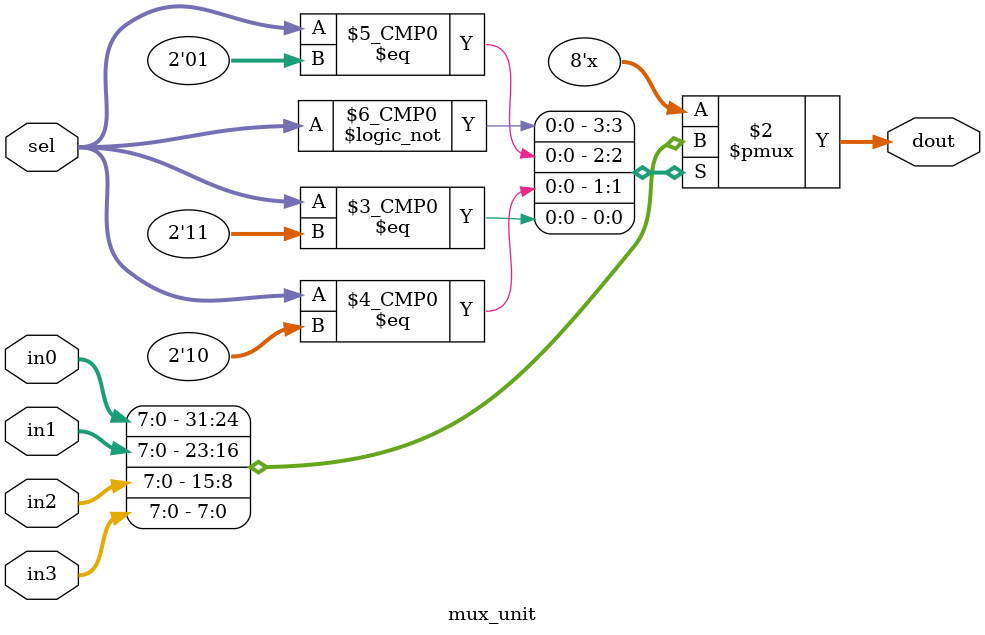
<source format=sv>
module mux_shift_hier #(parameter W=8) (
    input  [W-1:0] data_in,
    input  [1:0]   select,
    output [W-1:0] data_out
);

    // Internal signals for shift results
    wire [W-1:0] passthrough_result;
    wire [W-1:0] shift1_result;
    wire [W-1:0] shift2_result;
    wire [W-1:0] shift4_result;

    // Passthrough submodule instantiation (no shift)
    passthrough_unit #(.W(W)) u_passthrough (
        .din(data_in),
        .dout(passthrough_result)
    );

    // 1-bit shift submodule instantiation
    shift_left_unit #(.W(W), .SHIFT_AMT(1)) u_shift1 (
        .din(data_in),
        .dout(shift1_result)
    );

    // 2-bit shift submodule instantiation
    shift_left_unit #(.W(W), .SHIFT_AMT(2)) u_shift2 (
        .din(data_in),
        .dout(shift2_result)
    );

    // 4-bit shift submodule instantiation
    shift_left_unit #(.W(W), .SHIFT_AMT(4)) u_shift4 (
        .din(data_in),
        .dout(shift4_result)
    );

    // Multiplexer submodule instantiation
    mux_unit #(.W(W)) u_mux (
        .sel(select),
        .in0(passthrough_result),
        .in1(shift1_result),
        .in2(shift2_result),
        .in3(shift4_result),
        .dout(data_out)
    );

endmodule

// -----------------------------------------------------------------------------
// Submodule: passthrough_unit
// Function: Pass input to output without modification
// -----------------------------------------------------------------------------
module passthrough_unit #(parameter W=8) (
    input  [W-1:0] din,
    output [W-1:0] dout
);
    assign dout = din;
endmodule

// -----------------------------------------------------------------------------
// Submodule: shift_left_unit
// Function: Shift input left by parameterized amount, fill with zeros
// -----------------------------------------------------------------------------
module shift_left_unit #(parameter W=8, parameter SHIFT_AMT=1) (
    input  [W-1:0] din,
    output [W-1:0] dout
);
    assign dout = {{din[W-SHIFT_AMT-1:0]}, {SHIFT_AMT{1'b0}}};
endmodule

// -----------------------------------------------------------------------------
// Submodule: mux_unit
// Function: 4:1 multiplexer for selecting shifted outputs
// -----------------------------------------------------------------------------
module mux_unit #(parameter W=8) (
    input  [1:0]   sel,
    input  [W-1:0] in0,
    input  [W-1:0] in1,
    input  [W-1:0] in2,
    input  [W-1:0] in3,
    output reg [W-1:0] dout
);
    always @* begin
        case (sel)
            2'b00: dout = in0;
            2'b01: dout = in1;
            2'b10: dout = in2;
            2'b11: dout = in3;
            default: dout = {W{1'b0}};
        endcase
    end
endmodule
</source>
